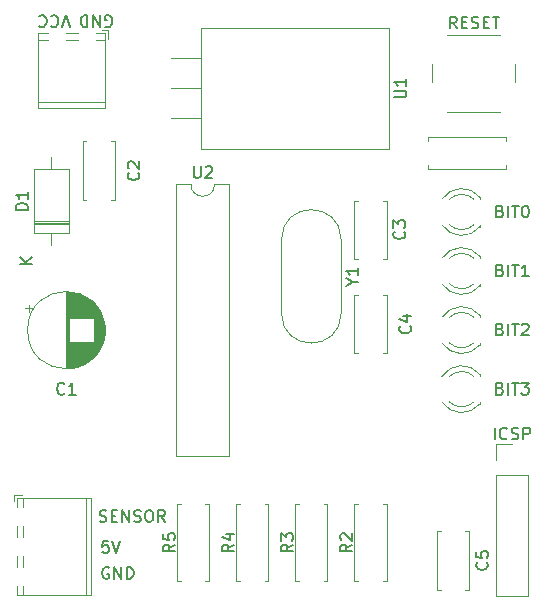
<source format=gbr>
%TF.GenerationSoftware,KiCad,Pcbnew,(5.1.9)-1*%
%TF.CreationDate,2021-08-22T04:22:43+05:30*%
%TF.ProjectId,G18_RECEIVER_laser_communication_system,4731385f-5245-4434-9549-5645525f6c61,rev?*%
%TF.SameCoordinates,Original*%
%TF.FileFunction,Legend,Top*%
%TF.FilePolarity,Positive*%
%FSLAX46Y46*%
G04 Gerber Fmt 4.6, Leading zero omitted, Abs format (unit mm)*
G04 Created by KiCad (PCBNEW (5.1.9)-1) date 2021-08-22 04:22:43*
%MOMM*%
%LPD*%
G01*
G04 APERTURE LIST*
%ADD10C,0.150000*%
%ADD11C,0.120000*%
G04 APERTURE END LIST*
D10*
X124333333Y-64147619D02*
X124000000Y-63147619D01*
X123666666Y-64147619D01*
X122761904Y-63242857D02*
X122809523Y-63195238D01*
X122952380Y-63147619D01*
X123047619Y-63147619D01*
X123190476Y-63195238D01*
X123285714Y-63290476D01*
X123333333Y-63385714D01*
X123380952Y-63576190D01*
X123380952Y-63719047D01*
X123333333Y-63909523D01*
X123285714Y-64004761D01*
X123190476Y-64100000D01*
X123047619Y-64147619D01*
X122952380Y-64147619D01*
X122809523Y-64100000D01*
X122761904Y-64052380D01*
X121761904Y-63242857D02*
X121809523Y-63195238D01*
X121952380Y-63147619D01*
X122047619Y-63147619D01*
X122190476Y-63195238D01*
X122285714Y-63290476D01*
X122333333Y-63385714D01*
X122380952Y-63576190D01*
X122380952Y-63719047D01*
X122333333Y-63909523D01*
X122285714Y-64004761D01*
X122190476Y-64100000D01*
X122047619Y-64147619D01*
X121952380Y-64147619D01*
X121809523Y-64100000D01*
X121761904Y-64052380D01*
X127361904Y-64100000D02*
X127457142Y-64147619D01*
X127600000Y-64147619D01*
X127742857Y-64100000D01*
X127838095Y-64004761D01*
X127885714Y-63909523D01*
X127933333Y-63719047D01*
X127933333Y-63576190D01*
X127885714Y-63385714D01*
X127838095Y-63290476D01*
X127742857Y-63195238D01*
X127600000Y-63147619D01*
X127504761Y-63147619D01*
X127361904Y-63195238D01*
X127314285Y-63242857D01*
X127314285Y-63576190D01*
X127504761Y-63576190D01*
X126885714Y-63147619D02*
X126885714Y-64147619D01*
X126314285Y-63147619D01*
X126314285Y-64147619D01*
X125838095Y-63147619D02*
X125838095Y-64147619D01*
X125600000Y-64147619D01*
X125457142Y-64100000D01*
X125361904Y-64004761D01*
X125314285Y-63909523D01*
X125266666Y-63719047D01*
X125266666Y-63576190D01*
X125314285Y-63385714D01*
X125361904Y-63290476D01*
X125457142Y-63195238D01*
X125600000Y-63147619D01*
X125838095Y-63147619D01*
X127659404Y-109900000D02*
X127564166Y-109852380D01*
X127421309Y-109852380D01*
X127278452Y-109900000D01*
X127183214Y-109995238D01*
X127135595Y-110090476D01*
X127087976Y-110280952D01*
X127087976Y-110423809D01*
X127135595Y-110614285D01*
X127183214Y-110709523D01*
X127278452Y-110804761D01*
X127421309Y-110852380D01*
X127516547Y-110852380D01*
X127659404Y-110804761D01*
X127707023Y-110757142D01*
X127707023Y-110423809D01*
X127516547Y-110423809D01*
X128135595Y-110852380D02*
X128135595Y-109852380D01*
X128707023Y-110852380D01*
X128707023Y-109852380D01*
X129183214Y-110852380D02*
X129183214Y-109852380D01*
X129421309Y-109852380D01*
X129564166Y-109900000D01*
X129659404Y-109995238D01*
X129707023Y-110090476D01*
X129754642Y-110280952D01*
X129754642Y-110423809D01*
X129707023Y-110614285D01*
X129659404Y-110709523D01*
X129564166Y-110804761D01*
X129421309Y-110852380D01*
X129183214Y-110852380D01*
X127611785Y-107652380D02*
X127135595Y-107652380D01*
X127087976Y-108128571D01*
X127135595Y-108080952D01*
X127230833Y-108033333D01*
X127468928Y-108033333D01*
X127564166Y-108080952D01*
X127611785Y-108128571D01*
X127659404Y-108223809D01*
X127659404Y-108461904D01*
X127611785Y-108557142D01*
X127564166Y-108604761D01*
X127468928Y-108652380D01*
X127230833Y-108652380D01*
X127135595Y-108604761D01*
X127087976Y-108557142D01*
X127945119Y-107652380D02*
X128278452Y-108652380D01*
X128611785Y-107652380D01*
X126887976Y-106004761D02*
X127030833Y-106052380D01*
X127268928Y-106052380D01*
X127364166Y-106004761D01*
X127411785Y-105957142D01*
X127459404Y-105861904D01*
X127459404Y-105766666D01*
X127411785Y-105671428D01*
X127364166Y-105623809D01*
X127268928Y-105576190D01*
X127078452Y-105528571D01*
X126983214Y-105480952D01*
X126935595Y-105433333D01*
X126887976Y-105338095D01*
X126887976Y-105242857D01*
X126935595Y-105147619D01*
X126983214Y-105100000D01*
X127078452Y-105052380D01*
X127316547Y-105052380D01*
X127459404Y-105100000D01*
X127887976Y-105528571D02*
X128221309Y-105528571D01*
X128364166Y-106052380D02*
X127887976Y-106052380D01*
X127887976Y-105052380D01*
X128364166Y-105052380D01*
X128792738Y-106052380D02*
X128792738Y-105052380D01*
X129364166Y-106052380D01*
X129364166Y-105052380D01*
X129792738Y-106004761D02*
X129935595Y-106052380D01*
X130173690Y-106052380D01*
X130268928Y-106004761D01*
X130316547Y-105957142D01*
X130364166Y-105861904D01*
X130364166Y-105766666D01*
X130316547Y-105671428D01*
X130268928Y-105623809D01*
X130173690Y-105576190D01*
X129983214Y-105528571D01*
X129887976Y-105480952D01*
X129840357Y-105433333D01*
X129792738Y-105338095D01*
X129792738Y-105242857D01*
X129840357Y-105147619D01*
X129887976Y-105100000D01*
X129983214Y-105052380D01*
X130221309Y-105052380D01*
X130364166Y-105100000D01*
X130983214Y-105052380D02*
X131173690Y-105052380D01*
X131268928Y-105100000D01*
X131364166Y-105195238D01*
X131411785Y-105385714D01*
X131411785Y-105719047D01*
X131364166Y-105909523D01*
X131268928Y-106004761D01*
X131173690Y-106052380D01*
X130983214Y-106052380D01*
X130887976Y-106004761D01*
X130792738Y-105909523D01*
X130745119Y-105719047D01*
X130745119Y-105385714D01*
X130792738Y-105195238D01*
X130887976Y-105100000D01*
X130983214Y-105052380D01*
X132411785Y-106052380D02*
X132078452Y-105576190D01*
X131840357Y-106052380D02*
X131840357Y-105052380D01*
X132221309Y-105052380D01*
X132316547Y-105100000D01*
X132364166Y-105147619D01*
X132411785Y-105242857D01*
X132411785Y-105385714D01*
X132364166Y-105480952D01*
X132316547Y-105528571D01*
X132221309Y-105576190D01*
X131840357Y-105576190D01*
D11*
%TO.C,ICSP*%
X160470000Y-112290000D02*
X163130000Y-112290000D01*
X160470000Y-102070000D02*
X160470000Y-112290000D01*
X163130000Y-102070000D02*
X163130000Y-112290000D01*
X160470000Y-102070000D02*
X163130000Y-102070000D01*
X160470000Y-100800000D02*
X160470000Y-99470000D01*
X160470000Y-99470000D02*
X161800000Y-99470000D01*
%TO.C,C1*%
X120864759Y-87646000D02*
X120864759Y-88276000D01*
X120549759Y-87961000D02*
X121179759Y-87961000D01*
X127291000Y-89398000D02*
X127291000Y-90202000D01*
X127251000Y-89167000D02*
X127251000Y-90433000D01*
X127211000Y-88998000D02*
X127211000Y-90602000D01*
X127171000Y-88860000D02*
X127171000Y-90740000D01*
X127131000Y-88741000D02*
X127131000Y-90859000D01*
X127091000Y-88635000D02*
X127091000Y-90965000D01*
X127051000Y-88538000D02*
X127051000Y-91062000D01*
X127011000Y-88450000D02*
X127011000Y-91150000D01*
X126971000Y-88368000D02*
X126971000Y-91232000D01*
X126931000Y-88291000D02*
X126931000Y-91309000D01*
X126891000Y-88219000D02*
X126891000Y-91381000D01*
X126851000Y-88150000D02*
X126851000Y-91450000D01*
X126811000Y-88086000D02*
X126811000Y-91514000D01*
X126771000Y-88024000D02*
X126771000Y-91576000D01*
X126731000Y-87966000D02*
X126731000Y-91634000D01*
X126691000Y-87910000D02*
X126691000Y-91690000D01*
X126651000Y-87856000D02*
X126651000Y-91744000D01*
X126611000Y-87805000D02*
X126611000Y-91795000D01*
X126571000Y-87756000D02*
X126571000Y-91844000D01*
X126531000Y-87708000D02*
X126531000Y-91892000D01*
X126491000Y-87663000D02*
X126491000Y-91937000D01*
X126451000Y-87618000D02*
X126451000Y-91982000D01*
X126411000Y-87576000D02*
X126411000Y-92024000D01*
X126371000Y-87535000D02*
X126371000Y-92065000D01*
X126331000Y-90840000D02*
X126331000Y-92105000D01*
X126331000Y-87495000D02*
X126331000Y-88760000D01*
X126291000Y-90840000D02*
X126291000Y-92143000D01*
X126291000Y-87457000D02*
X126291000Y-88760000D01*
X126251000Y-90840000D02*
X126251000Y-92180000D01*
X126251000Y-87420000D02*
X126251000Y-88760000D01*
X126211000Y-90840000D02*
X126211000Y-92216000D01*
X126211000Y-87384000D02*
X126211000Y-88760000D01*
X126171000Y-90840000D02*
X126171000Y-92250000D01*
X126171000Y-87350000D02*
X126171000Y-88760000D01*
X126131000Y-90840000D02*
X126131000Y-92284000D01*
X126131000Y-87316000D02*
X126131000Y-88760000D01*
X126091000Y-90840000D02*
X126091000Y-92316000D01*
X126091000Y-87284000D02*
X126091000Y-88760000D01*
X126051000Y-90840000D02*
X126051000Y-92348000D01*
X126051000Y-87252000D02*
X126051000Y-88760000D01*
X126011000Y-90840000D02*
X126011000Y-92378000D01*
X126011000Y-87222000D02*
X126011000Y-88760000D01*
X125971000Y-90840000D02*
X125971000Y-92407000D01*
X125971000Y-87193000D02*
X125971000Y-88760000D01*
X125931000Y-90840000D02*
X125931000Y-92436000D01*
X125931000Y-87164000D02*
X125931000Y-88760000D01*
X125891000Y-90840000D02*
X125891000Y-92464000D01*
X125891000Y-87136000D02*
X125891000Y-88760000D01*
X125851000Y-90840000D02*
X125851000Y-92490000D01*
X125851000Y-87110000D02*
X125851000Y-88760000D01*
X125811000Y-90840000D02*
X125811000Y-92516000D01*
X125811000Y-87084000D02*
X125811000Y-88760000D01*
X125771000Y-90840000D02*
X125771000Y-92542000D01*
X125771000Y-87058000D02*
X125771000Y-88760000D01*
X125731000Y-90840000D02*
X125731000Y-92566000D01*
X125731000Y-87034000D02*
X125731000Y-88760000D01*
X125691000Y-90840000D02*
X125691000Y-92590000D01*
X125691000Y-87010000D02*
X125691000Y-88760000D01*
X125651000Y-90840000D02*
X125651000Y-92612000D01*
X125651000Y-86988000D02*
X125651000Y-88760000D01*
X125611000Y-90840000D02*
X125611000Y-92634000D01*
X125611000Y-86966000D02*
X125611000Y-88760000D01*
X125571000Y-90840000D02*
X125571000Y-92656000D01*
X125571000Y-86944000D02*
X125571000Y-88760000D01*
X125531000Y-90840000D02*
X125531000Y-92676000D01*
X125531000Y-86924000D02*
X125531000Y-88760000D01*
X125491000Y-90840000D02*
X125491000Y-92696000D01*
X125491000Y-86904000D02*
X125491000Y-88760000D01*
X125451000Y-90840000D02*
X125451000Y-92716000D01*
X125451000Y-86884000D02*
X125451000Y-88760000D01*
X125411000Y-90840000D02*
X125411000Y-92734000D01*
X125411000Y-86866000D02*
X125411000Y-88760000D01*
X125371000Y-90840000D02*
X125371000Y-92752000D01*
X125371000Y-86848000D02*
X125371000Y-88760000D01*
X125331000Y-90840000D02*
X125331000Y-92770000D01*
X125331000Y-86830000D02*
X125331000Y-88760000D01*
X125291000Y-90840000D02*
X125291000Y-92786000D01*
X125291000Y-86814000D02*
X125291000Y-88760000D01*
X125251000Y-90840000D02*
X125251000Y-92802000D01*
X125251000Y-86798000D02*
X125251000Y-88760000D01*
X125211000Y-90840000D02*
X125211000Y-92818000D01*
X125211000Y-86782000D02*
X125211000Y-88760000D01*
X125171000Y-90840000D02*
X125171000Y-92833000D01*
X125171000Y-86767000D02*
X125171000Y-88760000D01*
X125131000Y-90840000D02*
X125131000Y-92847000D01*
X125131000Y-86753000D02*
X125131000Y-88760000D01*
X125091000Y-90840000D02*
X125091000Y-92861000D01*
X125091000Y-86739000D02*
X125091000Y-88760000D01*
X125051000Y-90840000D02*
X125051000Y-92874000D01*
X125051000Y-86726000D02*
X125051000Y-88760000D01*
X125011000Y-90840000D02*
X125011000Y-92886000D01*
X125011000Y-86714000D02*
X125011000Y-88760000D01*
X124971000Y-90840000D02*
X124971000Y-92898000D01*
X124971000Y-86702000D02*
X124971000Y-88760000D01*
X124931000Y-90840000D02*
X124931000Y-92910000D01*
X124931000Y-86690000D02*
X124931000Y-88760000D01*
X124891000Y-90840000D02*
X124891000Y-92921000D01*
X124891000Y-86679000D02*
X124891000Y-88760000D01*
X124851000Y-90840000D02*
X124851000Y-92931000D01*
X124851000Y-86669000D02*
X124851000Y-88760000D01*
X124811000Y-90840000D02*
X124811000Y-92941000D01*
X124811000Y-86659000D02*
X124811000Y-88760000D01*
X124771000Y-90840000D02*
X124771000Y-92950000D01*
X124771000Y-86650000D02*
X124771000Y-88760000D01*
X124730000Y-90840000D02*
X124730000Y-92959000D01*
X124730000Y-86641000D02*
X124730000Y-88760000D01*
X124690000Y-90840000D02*
X124690000Y-92967000D01*
X124690000Y-86633000D02*
X124690000Y-88760000D01*
X124650000Y-90840000D02*
X124650000Y-92975000D01*
X124650000Y-86625000D02*
X124650000Y-88760000D01*
X124610000Y-90840000D02*
X124610000Y-92982000D01*
X124610000Y-86618000D02*
X124610000Y-88760000D01*
X124570000Y-90840000D02*
X124570000Y-92989000D01*
X124570000Y-86611000D02*
X124570000Y-88760000D01*
X124530000Y-90840000D02*
X124530000Y-92995000D01*
X124530000Y-86605000D02*
X124530000Y-88760000D01*
X124490000Y-90840000D02*
X124490000Y-93001000D01*
X124490000Y-86599000D02*
X124490000Y-88760000D01*
X124450000Y-90840000D02*
X124450000Y-93006000D01*
X124450000Y-86594000D02*
X124450000Y-88760000D01*
X124410000Y-90840000D02*
X124410000Y-93011000D01*
X124410000Y-86589000D02*
X124410000Y-88760000D01*
X124370000Y-90840000D02*
X124370000Y-93015000D01*
X124370000Y-86585000D02*
X124370000Y-88760000D01*
X124330000Y-90840000D02*
X124330000Y-93018000D01*
X124330000Y-86582000D02*
X124330000Y-88760000D01*
X124290000Y-90840000D02*
X124290000Y-93022000D01*
X124290000Y-86578000D02*
X124290000Y-88760000D01*
X124250000Y-86576000D02*
X124250000Y-93024000D01*
X124210000Y-86573000D02*
X124210000Y-93027000D01*
X124170000Y-86572000D02*
X124170000Y-93028000D01*
X124130000Y-86570000D02*
X124130000Y-93030000D01*
X124090000Y-86570000D02*
X124090000Y-93030000D01*
X124050000Y-86570000D02*
X124050000Y-93030000D01*
X127320000Y-89800000D02*
G75*
G03*
X127320000Y-89800000I-3270000J0D01*
G01*
%TO.C,C2*%
X125430000Y-78770000D02*
X125430000Y-73830000D01*
X128170000Y-78770000D02*
X128170000Y-73830000D01*
X125430000Y-78770000D02*
X125745000Y-78770000D01*
X127855000Y-78770000D02*
X128170000Y-78770000D01*
X125430000Y-73830000D02*
X125745000Y-73830000D01*
X127855000Y-73830000D02*
X128170000Y-73830000D01*
%TO.C,C3*%
X151170000Y-78830000D02*
X151170000Y-83770000D01*
X148430000Y-78830000D02*
X148430000Y-83770000D01*
X151170000Y-78830000D02*
X150855000Y-78830000D01*
X148745000Y-78830000D02*
X148430000Y-78830000D01*
X151170000Y-83770000D02*
X150855000Y-83770000D01*
X148745000Y-83770000D02*
X148430000Y-83770000D01*
%TO.C,C4*%
X150855000Y-86830000D02*
X151170000Y-86830000D01*
X148430000Y-86830000D02*
X148745000Y-86830000D01*
X150855000Y-91770000D02*
X151170000Y-91770000D01*
X148430000Y-91770000D02*
X148745000Y-91770000D01*
X151170000Y-91770000D02*
X151170000Y-86830000D01*
X148430000Y-91770000D02*
X148430000Y-86830000D01*
%TO.C,C5*%
X155745000Y-111770000D02*
X155430000Y-111770000D01*
X158170000Y-111770000D02*
X157855000Y-111770000D01*
X155745000Y-106830000D02*
X155430000Y-106830000D01*
X158170000Y-106830000D02*
X157855000Y-106830000D01*
X155430000Y-106830000D02*
X155430000Y-111770000D01*
X158170000Y-106830000D02*
X158170000Y-111770000D01*
%TO.C,D1*%
X121330000Y-80820000D02*
X124270000Y-80820000D01*
X121330000Y-80580000D02*
X124270000Y-80580000D01*
X121330000Y-80700000D02*
X124270000Y-80700000D01*
X122800000Y-75140000D02*
X122800000Y-76160000D01*
X122800000Y-82620000D02*
X122800000Y-81600000D01*
X121330000Y-76160000D02*
X121330000Y-81600000D01*
X124270000Y-76160000D02*
X121330000Y-76160000D01*
X124270000Y-81600000D02*
X124270000Y-76160000D01*
X121330000Y-81600000D02*
X124270000Y-81600000D01*
%TO.C,BIT3*%
X159090000Y-93720000D02*
X159090000Y-93564000D01*
X159090000Y-96036000D02*
X159090000Y-95880000D01*
X155857665Y-95878608D02*
G75*
G03*
X159090000Y-96035516I1672335J1078608D01*
G01*
X155857665Y-93721392D02*
G75*
G02*
X159090000Y-93564484I1672335J-1078608D01*
G01*
X156488870Y-95879837D02*
G75*
G03*
X158570961Y-95880000I1041130J1079837D01*
G01*
X156488870Y-93720163D02*
G75*
G02*
X158570961Y-93720000I1041130J-1079837D01*
G01*
%TO.C,BIT2*%
X159090000Y-91036000D02*
X159090000Y-90880000D01*
X159090000Y-88720000D02*
X159090000Y-88564000D01*
X156488870Y-88720163D02*
G75*
G02*
X158570961Y-88720000I1041130J-1079837D01*
G01*
X156488870Y-90879837D02*
G75*
G03*
X158570961Y-90880000I1041130J1079837D01*
G01*
X155857665Y-88721392D02*
G75*
G02*
X159090000Y-88564484I1672335J-1078608D01*
G01*
X155857665Y-90878608D02*
G75*
G03*
X159090000Y-91035516I1672335J1078608D01*
G01*
%TO.C,BIT1*%
X159090000Y-83720000D02*
X159090000Y-83564000D01*
X159090000Y-86036000D02*
X159090000Y-85880000D01*
X155857665Y-85878608D02*
G75*
G03*
X159090000Y-86035516I1672335J1078608D01*
G01*
X155857665Y-83721392D02*
G75*
G02*
X159090000Y-83564484I1672335J-1078608D01*
G01*
X156488870Y-85879837D02*
G75*
G03*
X158570961Y-85880000I1041130J1079837D01*
G01*
X156488870Y-83720163D02*
G75*
G02*
X158570961Y-83720000I1041130J-1079837D01*
G01*
%TO.C,BIT0*%
X159090000Y-81036000D02*
X159090000Y-80880000D01*
X159090000Y-78720000D02*
X159090000Y-78564000D01*
X156488870Y-78720163D02*
G75*
G02*
X158570961Y-78720000I1041130J-1079837D01*
G01*
X156488870Y-80879837D02*
G75*
G03*
X158570961Y-80880000I1041130J1079837D01*
G01*
X155857665Y-78721392D02*
G75*
G02*
X159090000Y-78564484I1672335J-1078608D01*
G01*
X155857665Y-80878608D02*
G75*
G03*
X159090000Y-81035516I1672335J1078608D01*
G01*
%TO.C,J1*%
X127600000Y-64400000D02*
X127100000Y-64400000D01*
X127600000Y-65140000D02*
X127600000Y-64400000D01*
X121700000Y-70960000D02*
X121700000Y-64640000D01*
X127360000Y-70960000D02*
X127360000Y-64640000D01*
X122470000Y-64640000D02*
X121700000Y-64640000D01*
X125010000Y-64640000D02*
X124050000Y-64640000D01*
X127360000Y-64640000D02*
X126590000Y-64640000D01*
X127360000Y-70960000D02*
X121700000Y-70960000D01*
X127360000Y-70500000D02*
X121700000Y-70500000D01*
X122470000Y-65200000D02*
X121700000Y-65200000D01*
X125010000Y-65200000D02*
X124050000Y-65200000D01*
X127360000Y-65200000D02*
X126590000Y-65200000D01*
%TO.C,J2*%
X119600000Y-103800000D02*
X119600000Y-104300000D01*
X120340000Y-103800000D02*
X119600000Y-103800000D01*
X126160000Y-112240000D02*
X119840000Y-112240000D01*
X126160000Y-104040000D02*
X119840000Y-104040000D01*
X119840000Y-111470000D02*
X119840000Y-112240000D01*
X119840000Y-108930000D02*
X119840000Y-109890000D01*
X119840000Y-106390000D02*
X119840000Y-107350000D01*
X119840000Y-104040000D02*
X119840000Y-104810000D01*
X126160000Y-104040000D02*
X126160000Y-112240000D01*
X125700000Y-104040000D02*
X125700000Y-112240000D01*
X120400000Y-111470000D02*
X120400000Y-112240000D01*
X120400000Y-108930000D02*
X120400000Y-109890000D01*
X120400000Y-106390000D02*
X120400000Y-107350000D01*
X120400000Y-104040000D02*
X120400000Y-104810000D01*
%TO.C,R1*%
X161260000Y-76170000D02*
X161260000Y-75840000D01*
X154720000Y-76170000D02*
X161260000Y-76170000D01*
X154720000Y-75840000D02*
X154720000Y-76170000D01*
X161260000Y-73430000D02*
X161260000Y-73760000D01*
X154720000Y-73430000D02*
X161260000Y-73430000D01*
X154720000Y-73760000D02*
X154720000Y-73430000D01*
%TO.C,R2*%
X151170000Y-104520000D02*
X150840000Y-104520000D01*
X151170000Y-111060000D02*
X151170000Y-104520000D01*
X150840000Y-111060000D02*
X151170000Y-111060000D01*
X148430000Y-104520000D02*
X148760000Y-104520000D01*
X148430000Y-111060000D02*
X148430000Y-104520000D01*
X148760000Y-111060000D02*
X148430000Y-111060000D01*
%TO.C,R3*%
X143760000Y-111060000D02*
X143430000Y-111060000D01*
X143430000Y-111060000D02*
X143430000Y-104520000D01*
X143430000Y-104520000D02*
X143760000Y-104520000D01*
X145840000Y-111060000D02*
X146170000Y-111060000D01*
X146170000Y-111060000D02*
X146170000Y-104520000D01*
X146170000Y-104520000D02*
X145840000Y-104520000D01*
%TO.C,R4*%
X141170000Y-104520000D02*
X140840000Y-104520000D01*
X141170000Y-111060000D02*
X141170000Y-104520000D01*
X140840000Y-111060000D02*
X141170000Y-111060000D01*
X138430000Y-104520000D02*
X138760000Y-104520000D01*
X138430000Y-111060000D02*
X138430000Y-104520000D01*
X138760000Y-111060000D02*
X138430000Y-111060000D01*
%TO.C,R5*%
X133760000Y-111060000D02*
X133430000Y-111060000D01*
X133430000Y-111060000D02*
X133430000Y-104520000D01*
X133430000Y-104520000D02*
X133760000Y-104520000D01*
X135840000Y-111060000D02*
X136170000Y-111060000D01*
X136170000Y-111060000D02*
X136170000Y-104520000D01*
X136170000Y-104520000D02*
X135840000Y-104520000D01*
%TO.C,RESET*%
X162050000Y-68800000D02*
X162050000Y-67300000D01*
X160800000Y-64800000D02*
X156300000Y-64800000D01*
X155050000Y-67300000D02*
X155050000Y-68800000D01*
X156300000Y-71300000D02*
X160800000Y-71300000D01*
%TO.C,U1*%
X135490000Y-71880000D02*
X132950000Y-71880000D01*
X135490000Y-69340000D02*
X132950000Y-69340000D01*
X135490000Y-66800000D02*
X132950000Y-66800000D01*
X151380000Y-74460000D02*
X135490000Y-74460000D01*
X151380000Y-64220000D02*
X135490000Y-64220000D01*
X151380000Y-64220000D02*
X151380000Y-74460000D01*
X135490000Y-64220000D02*
X135490000Y-74460000D01*
%TO.C,U2*%
X137860000Y-77470000D02*
X136610000Y-77470000D01*
X137860000Y-100450000D02*
X137860000Y-77470000D01*
X133360000Y-100450000D02*
X137860000Y-100450000D01*
X133360000Y-77470000D02*
X133360000Y-100450000D01*
X134610000Y-77470000D02*
X133360000Y-77470000D01*
X136610000Y-77470000D02*
G75*
G02*
X134610000Y-77470000I-1000000J0D01*
G01*
%TO.C,Y1*%
X142275000Y-82125000D02*
X142275000Y-88375000D01*
X147325000Y-82125000D02*
X147325000Y-88375000D01*
X142275000Y-82125000D02*
G75*
G02*
X147325000Y-82125000I2525000J0D01*
G01*
X142275000Y-88375000D02*
G75*
G03*
X147325000Y-88375000I2525000J0D01*
G01*
%TO.C,ICSP*%
D10*
X160323809Y-99052380D02*
X160323809Y-98052380D01*
X161371428Y-98957142D02*
X161323809Y-99004761D01*
X161180952Y-99052380D01*
X161085714Y-99052380D01*
X160942857Y-99004761D01*
X160847619Y-98909523D01*
X160800000Y-98814285D01*
X160752380Y-98623809D01*
X160752380Y-98480952D01*
X160800000Y-98290476D01*
X160847619Y-98195238D01*
X160942857Y-98100000D01*
X161085714Y-98052380D01*
X161180952Y-98052380D01*
X161323809Y-98100000D01*
X161371428Y-98147619D01*
X161752380Y-99004761D02*
X161895238Y-99052380D01*
X162133333Y-99052380D01*
X162228571Y-99004761D01*
X162276190Y-98957142D01*
X162323809Y-98861904D01*
X162323809Y-98766666D01*
X162276190Y-98671428D01*
X162228571Y-98623809D01*
X162133333Y-98576190D01*
X161942857Y-98528571D01*
X161847619Y-98480952D01*
X161800000Y-98433333D01*
X161752380Y-98338095D01*
X161752380Y-98242857D01*
X161800000Y-98147619D01*
X161847619Y-98100000D01*
X161942857Y-98052380D01*
X162180952Y-98052380D01*
X162323809Y-98100000D01*
X162752380Y-99052380D02*
X162752380Y-98052380D01*
X163133333Y-98052380D01*
X163228571Y-98100000D01*
X163276190Y-98147619D01*
X163323809Y-98242857D01*
X163323809Y-98385714D01*
X163276190Y-98480952D01*
X163228571Y-98528571D01*
X163133333Y-98576190D01*
X162752380Y-98576190D01*
%TO.C,C1*%
X123883333Y-95157142D02*
X123835714Y-95204761D01*
X123692857Y-95252380D01*
X123597619Y-95252380D01*
X123454761Y-95204761D01*
X123359523Y-95109523D01*
X123311904Y-95014285D01*
X123264285Y-94823809D01*
X123264285Y-94680952D01*
X123311904Y-94490476D01*
X123359523Y-94395238D01*
X123454761Y-94300000D01*
X123597619Y-94252380D01*
X123692857Y-94252380D01*
X123835714Y-94300000D01*
X123883333Y-94347619D01*
X124835714Y-95252380D02*
X124264285Y-95252380D01*
X124550000Y-95252380D02*
X124550000Y-94252380D01*
X124454761Y-94395238D01*
X124359523Y-94490476D01*
X124264285Y-94538095D01*
%TO.C,C2*%
X130157142Y-76466666D02*
X130204761Y-76514285D01*
X130252380Y-76657142D01*
X130252380Y-76752380D01*
X130204761Y-76895238D01*
X130109523Y-76990476D01*
X130014285Y-77038095D01*
X129823809Y-77085714D01*
X129680952Y-77085714D01*
X129490476Y-77038095D01*
X129395238Y-76990476D01*
X129300000Y-76895238D01*
X129252380Y-76752380D01*
X129252380Y-76657142D01*
X129300000Y-76514285D01*
X129347619Y-76466666D01*
X129347619Y-76085714D02*
X129300000Y-76038095D01*
X129252380Y-75942857D01*
X129252380Y-75704761D01*
X129300000Y-75609523D01*
X129347619Y-75561904D01*
X129442857Y-75514285D01*
X129538095Y-75514285D01*
X129680952Y-75561904D01*
X130252380Y-76133333D01*
X130252380Y-75514285D01*
%TO.C,C3*%
X152657142Y-81466666D02*
X152704761Y-81514285D01*
X152752380Y-81657142D01*
X152752380Y-81752380D01*
X152704761Y-81895238D01*
X152609523Y-81990476D01*
X152514285Y-82038095D01*
X152323809Y-82085714D01*
X152180952Y-82085714D01*
X151990476Y-82038095D01*
X151895238Y-81990476D01*
X151800000Y-81895238D01*
X151752380Y-81752380D01*
X151752380Y-81657142D01*
X151800000Y-81514285D01*
X151847619Y-81466666D01*
X151752380Y-81133333D02*
X151752380Y-80514285D01*
X152133333Y-80847619D01*
X152133333Y-80704761D01*
X152180952Y-80609523D01*
X152228571Y-80561904D01*
X152323809Y-80514285D01*
X152561904Y-80514285D01*
X152657142Y-80561904D01*
X152704761Y-80609523D01*
X152752380Y-80704761D01*
X152752380Y-80990476D01*
X152704761Y-81085714D01*
X152657142Y-81133333D01*
%TO.C,C4*%
X153157142Y-89466666D02*
X153204761Y-89514285D01*
X153252380Y-89657142D01*
X153252380Y-89752380D01*
X153204761Y-89895238D01*
X153109523Y-89990476D01*
X153014285Y-90038095D01*
X152823809Y-90085714D01*
X152680952Y-90085714D01*
X152490476Y-90038095D01*
X152395238Y-89990476D01*
X152300000Y-89895238D01*
X152252380Y-89752380D01*
X152252380Y-89657142D01*
X152300000Y-89514285D01*
X152347619Y-89466666D01*
X152585714Y-88609523D02*
X153252380Y-88609523D01*
X152204761Y-88847619D02*
X152919047Y-89085714D01*
X152919047Y-88466666D01*
%TO.C,C5*%
X159657142Y-109466666D02*
X159704761Y-109514285D01*
X159752380Y-109657142D01*
X159752380Y-109752380D01*
X159704761Y-109895238D01*
X159609523Y-109990476D01*
X159514285Y-110038095D01*
X159323809Y-110085714D01*
X159180952Y-110085714D01*
X158990476Y-110038095D01*
X158895238Y-109990476D01*
X158800000Y-109895238D01*
X158752380Y-109752380D01*
X158752380Y-109657142D01*
X158800000Y-109514285D01*
X158847619Y-109466666D01*
X158752380Y-108561904D02*
X158752380Y-109038095D01*
X159228571Y-109085714D01*
X159180952Y-109038095D01*
X159133333Y-108942857D01*
X159133333Y-108704761D01*
X159180952Y-108609523D01*
X159228571Y-108561904D01*
X159323809Y-108514285D01*
X159561904Y-108514285D01*
X159657142Y-108561904D01*
X159704761Y-108609523D01*
X159752380Y-108704761D01*
X159752380Y-108942857D01*
X159704761Y-109038095D01*
X159657142Y-109085714D01*
%TO.C,D1*%
X120782380Y-79618095D02*
X119782380Y-79618095D01*
X119782380Y-79380000D01*
X119830000Y-79237142D01*
X119925238Y-79141904D01*
X120020476Y-79094285D01*
X120210952Y-79046666D01*
X120353809Y-79046666D01*
X120544285Y-79094285D01*
X120639523Y-79141904D01*
X120734761Y-79237142D01*
X120782380Y-79380000D01*
X120782380Y-79618095D01*
X120782380Y-78094285D02*
X120782380Y-78665714D01*
X120782380Y-78380000D02*
X119782380Y-78380000D01*
X119925238Y-78475238D01*
X120020476Y-78570476D01*
X120068095Y-78665714D01*
X121152380Y-84221904D02*
X120152380Y-84221904D01*
X121152380Y-83650476D02*
X120580952Y-84079047D01*
X120152380Y-83650476D02*
X120723809Y-84221904D01*
%TO.C,BIT3*%
X160776190Y-94728571D02*
X160919047Y-94776190D01*
X160966666Y-94823809D01*
X161014285Y-94919047D01*
X161014285Y-95061904D01*
X160966666Y-95157142D01*
X160919047Y-95204761D01*
X160823809Y-95252380D01*
X160442857Y-95252380D01*
X160442857Y-94252380D01*
X160776190Y-94252380D01*
X160871428Y-94300000D01*
X160919047Y-94347619D01*
X160966666Y-94442857D01*
X160966666Y-94538095D01*
X160919047Y-94633333D01*
X160871428Y-94680952D01*
X160776190Y-94728571D01*
X160442857Y-94728571D01*
X161442857Y-95252380D02*
X161442857Y-94252380D01*
X161776190Y-94252380D02*
X162347619Y-94252380D01*
X162061904Y-95252380D02*
X162061904Y-94252380D01*
X162585714Y-94252380D02*
X163204761Y-94252380D01*
X162871428Y-94633333D01*
X163014285Y-94633333D01*
X163109523Y-94680952D01*
X163157142Y-94728571D01*
X163204761Y-94823809D01*
X163204761Y-95061904D01*
X163157142Y-95157142D01*
X163109523Y-95204761D01*
X163014285Y-95252380D01*
X162728571Y-95252380D01*
X162633333Y-95204761D01*
X162585714Y-95157142D01*
%TO.C,BIT2*%
X160776190Y-89728571D02*
X160919047Y-89776190D01*
X160966666Y-89823809D01*
X161014285Y-89919047D01*
X161014285Y-90061904D01*
X160966666Y-90157142D01*
X160919047Y-90204761D01*
X160823809Y-90252380D01*
X160442857Y-90252380D01*
X160442857Y-89252380D01*
X160776190Y-89252380D01*
X160871428Y-89300000D01*
X160919047Y-89347619D01*
X160966666Y-89442857D01*
X160966666Y-89538095D01*
X160919047Y-89633333D01*
X160871428Y-89680952D01*
X160776190Y-89728571D01*
X160442857Y-89728571D01*
X161442857Y-90252380D02*
X161442857Y-89252380D01*
X161776190Y-89252380D02*
X162347619Y-89252380D01*
X162061904Y-90252380D02*
X162061904Y-89252380D01*
X162633333Y-89347619D02*
X162680952Y-89300000D01*
X162776190Y-89252380D01*
X163014285Y-89252380D01*
X163109523Y-89300000D01*
X163157142Y-89347619D01*
X163204761Y-89442857D01*
X163204761Y-89538095D01*
X163157142Y-89680952D01*
X162585714Y-90252380D01*
X163204761Y-90252380D01*
%TO.C,BIT1*%
X160776190Y-84728571D02*
X160919047Y-84776190D01*
X160966666Y-84823809D01*
X161014285Y-84919047D01*
X161014285Y-85061904D01*
X160966666Y-85157142D01*
X160919047Y-85204761D01*
X160823809Y-85252380D01*
X160442857Y-85252380D01*
X160442857Y-84252380D01*
X160776190Y-84252380D01*
X160871428Y-84300000D01*
X160919047Y-84347619D01*
X160966666Y-84442857D01*
X160966666Y-84538095D01*
X160919047Y-84633333D01*
X160871428Y-84680952D01*
X160776190Y-84728571D01*
X160442857Y-84728571D01*
X161442857Y-85252380D02*
X161442857Y-84252380D01*
X161776190Y-84252380D02*
X162347619Y-84252380D01*
X162061904Y-85252380D02*
X162061904Y-84252380D01*
X163204761Y-85252380D02*
X162633333Y-85252380D01*
X162919047Y-85252380D02*
X162919047Y-84252380D01*
X162823809Y-84395238D01*
X162728571Y-84490476D01*
X162633333Y-84538095D01*
%TO.C,BIT0*%
X160776190Y-79728571D02*
X160919047Y-79776190D01*
X160966666Y-79823809D01*
X161014285Y-79919047D01*
X161014285Y-80061904D01*
X160966666Y-80157142D01*
X160919047Y-80204761D01*
X160823809Y-80252380D01*
X160442857Y-80252380D01*
X160442857Y-79252380D01*
X160776190Y-79252380D01*
X160871428Y-79300000D01*
X160919047Y-79347619D01*
X160966666Y-79442857D01*
X160966666Y-79538095D01*
X160919047Y-79633333D01*
X160871428Y-79680952D01*
X160776190Y-79728571D01*
X160442857Y-79728571D01*
X161442857Y-80252380D02*
X161442857Y-79252380D01*
X161776190Y-79252380D02*
X162347619Y-79252380D01*
X162061904Y-80252380D02*
X162061904Y-79252380D01*
X162871428Y-79252380D02*
X162966666Y-79252380D01*
X163061904Y-79300000D01*
X163109523Y-79347619D01*
X163157142Y-79442857D01*
X163204761Y-79633333D01*
X163204761Y-79871428D01*
X163157142Y-80061904D01*
X163109523Y-80157142D01*
X163061904Y-80204761D01*
X162966666Y-80252380D01*
X162871428Y-80252380D01*
X162776190Y-80204761D01*
X162728571Y-80157142D01*
X162680952Y-80061904D01*
X162633333Y-79871428D01*
X162633333Y-79633333D01*
X162680952Y-79442857D01*
X162728571Y-79347619D01*
X162776190Y-79300000D01*
X162871428Y-79252380D01*
%TO.C,R2*%
X148252380Y-107956666D02*
X147776190Y-108290000D01*
X148252380Y-108528095D02*
X147252380Y-108528095D01*
X147252380Y-108147142D01*
X147300000Y-108051904D01*
X147347619Y-108004285D01*
X147442857Y-107956666D01*
X147585714Y-107956666D01*
X147680952Y-108004285D01*
X147728571Y-108051904D01*
X147776190Y-108147142D01*
X147776190Y-108528095D01*
X147347619Y-107575714D02*
X147300000Y-107528095D01*
X147252380Y-107432857D01*
X147252380Y-107194761D01*
X147300000Y-107099523D01*
X147347619Y-107051904D01*
X147442857Y-107004285D01*
X147538095Y-107004285D01*
X147680952Y-107051904D01*
X148252380Y-107623333D01*
X148252380Y-107004285D01*
%TO.C,R3*%
X143252380Y-107956666D02*
X142776190Y-108290000D01*
X143252380Y-108528095D02*
X142252380Y-108528095D01*
X142252380Y-108147142D01*
X142300000Y-108051904D01*
X142347619Y-108004285D01*
X142442857Y-107956666D01*
X142585714Y-107956666D01*
X142680952Y-108004285D01*
X142728571Y-108051904D01*
X142776190Y-108147142D01*
X142776190Y-108528095D01*
X142252380Y-107623333D02*
X142252380Y-107004285D01*
X142633333Y-107337619D01*
X142633333Y-107194761D01*
X142680952Y-107099523D01*
X142728571Y-107051904D01*
X142823809Y-107004285D01*
X143061904Y-107004285D01*
X143157142Y-107051904D01*
X143204761Y-107099523D01*
X143252380Y-107194761D01*
X143252380Y-107480476D01*
X143204761Y-107575714D01*
X143157142Y-107623333D01*
%TO.C,R4*%
X138252380Y-107956666D02*
X137776190Y-108290000D01*
X138252380Y-108528095D02*
X137252380Y-108528095D01*
X137252380Y-108147142D01*
X137300000Y-108051904D01*
X137347619Y-108004285D01*
X137442857Y-107956666D01*
X137585714Y-107956666D01*
X137680952Y-108004285D01*
X137728571Y-108051904D01*
X137776190Y-108147142D01*
X137776190Y-108528095D01*
X137585714Y-107099523D02*
X138252380Y-107099523D01*
X137204761Y-107337619D02*
X137919047Y-107575714D01*
X137919047Y-106956666D01*
%TO.C,R5*%
X133252380Y-107956666D02*
X132776190Y-108290000D01*
X133252380Y-108528095D02*
X132252380Y-108528095D01*
X132252380Y-108147142D01*
X132300000Y-108051904D01*
X132347619Y-108004285D01*
X132442857Y-107956666D01*
X132585714Y-107956666D01*
X132680952Y-108004285D01*
X132728571Y-108051904D01*
X132776190Y-108147142D01*
X132776190Y-108528095D01*
X132252380Y-107051904D02*
X132252380Y-107528095D01*
X132728571Y-107575714D01*
X132680952Y-107528095D01*
X132633333Y-107432857D01*
X132633333Y-107194761D01*
X132680952Y-107099523D01*
X132728571Y-107051904D01*
X132823809Y-107004285D01*
X133061904Y-107004285D01*
X133157142Y-107051904D01*
X133204761Y-107099523D01*
X133252380Y-107194761D01*
X133252380Y-107432857D01*
X133204761Y-107528095D01*
X133157142Y-107575714D01*
%TO.C,RESET*%
X157097619Y-64252380D02*
X156764285Y-63776190D01*
X156526190Y-64252380D02*
X156526190Y-63252380D01*
X156907142Y-63252380D01*
X157002380Y-63300000D01*
X157050000Y-63347619D01*
X157097619Y-63442857D01*
X157097619Y-63585714D01*
X157050000Y-63680952D01*
X157002380Y-63728571D01*
X156907142Y-63776190D01*
X156526190Y-63776190D01*
X157526190Y-63728571D02*
X157859523Y-63728571D01*
X158002380Y-64252380D02*
X157526190Y-64252380D01*
X157526190Y-63252380D01*
X158002380Y-63252380D01*
X158383333Y-64204761D02*
X158526190Y-64252380D01*
X158764285Y-64252380D01*
X158859523Y-64204761D01*
X158907142Y-64157142D01*
X158954761Y-64061904D01*
X158954761Y-63966666D01*
X158907142Y-63871428D01*
X158859523Y-63823809D01*
X158764285Y-63776190D01*
X158573809Y-63728571D01*
X158478571Y-63680952D01*
X158430952Y-63633333D01*
X158383333Y-63538095D01*
X158383333Y-63442857D01*
X158430952Y-63347619D01*
X158478571Y-63300000D01*
X158573809Y-63252380D01*
X158811904Y-63252380D01*
X158954761Y-63300000D01*
X159383333Y-63728571D02*
X159716666Y-63728571D01*
X159859523Y-64252380D02*
X159383333Y-64252380D01*
X159383333Y-63252380D01*
X159859523Y-63252380D01*
X160145238Y-63252380D02*
X160716666Y-63252380D01*
X160430952Y-64252380D02*
X160430952Y-63252380D01*
%TO.C,U1*%
X151832380Y-70101904D02*
X152641904Y-70101904D01*
X152737142Y-70054285D01*
X152784761Y-70006666D01*
X152832380Y-69911428D01*
X152832380Y-69720952D01*
X152784761Y-69625714D01*
X152737142Y-69578095D01*
X152641904Y-69530476D01*
X151832380Y-69530476D01*
X152832380Y-68530476D02*
X152832380Y-69101904D01*
X152832380Y-68816190D02*
X151832380Y-68816190D01*
X151975238Y-68911428D01*
X152070476Y-69006666D01*
X152118095Y-69101904D01*
%TO.C,U2*%
X134848095Y-75922380D02*
X134848095Y-76731904D01*
X134895714Y-76827142D01*
X134943333Y-76874761D01*
X135038571Y-76922380D01*
X135229047Y-76922380D01*
X135324285Y-76874761D01*
X135371904Y-76827142D01*
X135419523Y-76731904D01*
X135419523Y-75922380D01*
X135848095Y-76017619D02*
X135895714Y-75970000D01*
X135990952Y-75922380D01*
X136229047Y-75922380D01*
X136324285Y-75970000D01*
X136371904Y-76017619D01*
X136419523Y-76112857D01*
X136419523Y-76208095D01*
X136371904Y-76350952D01*
X135800476Y-76922380D01*
X136419523Y-76922380D01*
%TO.C,Y1*%
X148301190Y-85726190D02*
X148777380Y-85726190D01*
X147777380Y-86059523D02*
X148301190Y-85726190D01*
X147777380Y-85392857D01*
X148777380Y-84535714D02*
X148777380Y-85107142D01*
X148777380Y-84821428D02*
X147777380Y-84821428D01*
X147920238Y-84916666D01*
X148015476Y-85011904D01*
X148063095Y-85107142D01*
%TD*%
M02*

</source>
